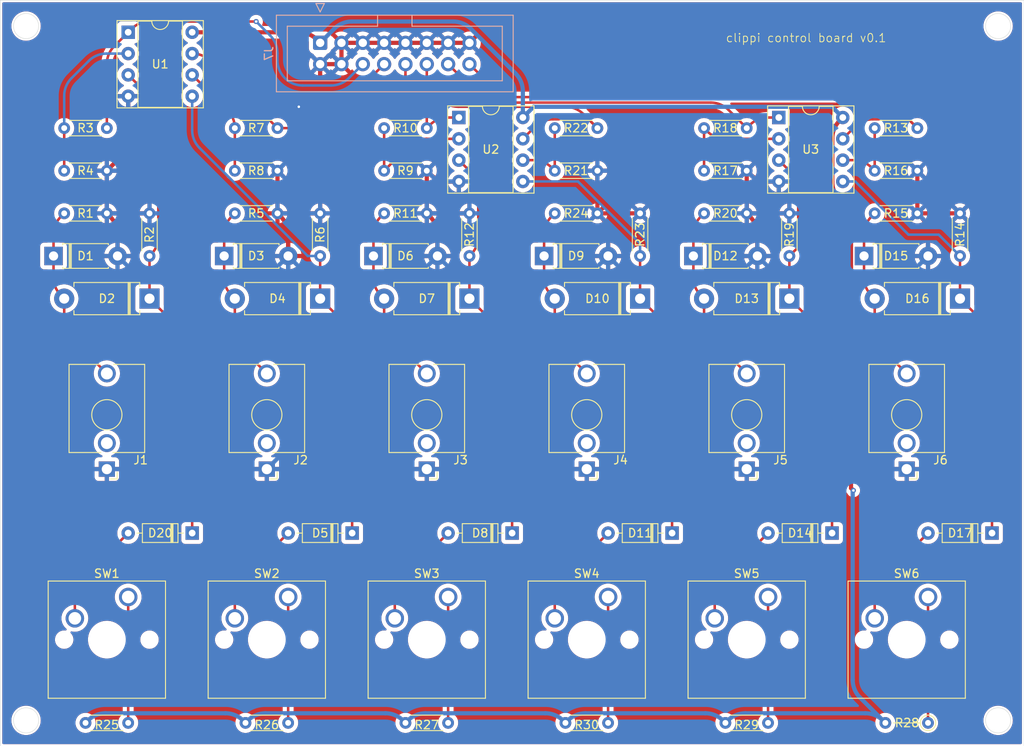
<source format=kicad_pcb>
(kicad_pcb (version 20221018) (generator pcbnew)
  (layers (0 "F.Cu" signal) (31 "B.Cu" signal) (34 "B.Paste" user) (35 "F.Paste" user) (36 "B.SilkS" user "B.Silkscreen") (37 "F.SilkS" user "F.Silkscreen") (38 "B.Mask" user) (39 "F.Mask" user) (44 "Edge.Cuts" user))
  (net 0 "")
  (net 1 "Net-(D1-K)")
  (net 2 "GND")
  (net 3 "Net-(D2-K)")
  (net 4 "Net-(D3-K)")
  (net 5 "Net-(D4-K)")
  (net 6 "Net-(D5-A)")
  (net 7 "Net-(D6-K)")
  (net 8 "Net-(D7-K)")
  (net 9 "Net-(D8-A)")
  (net 10 "Net-(D10-A)")
  (net 11 "Net-(D10-K)")
  (net 12 "Net-(D11-A)")
  (net 13 "Net-(D12-K)")
  (net 14 "Net-(D13-K)")
  (net 15 "Net-(D14-A)")
  (net 16 "Net-(D15-K)")
  (net 17 "Net-(D16-K)")
  (net 18 "Net-(D17-A)")
  (net 19 "Net-(D20-A)")
  (net 26 "+5V")
  (net 27 "/i1o")
  (net 28 "/i2o")
  (net 29 "/i3o")
  (net 30 "/i4o")
  (net 31 "/i5o")
  (net 32 "/i6o")
  (net 33 "Net-(U1A--)")
  (net 34 "Net-(U1B--)")
  (net 35 "Net-(U2A--)")
  (net 36 "Net-(U2B--)")
  (net 37 "Net-(R25-Pad2)")
  (net 38 "Net-(R26-Pad2)")
  (net 39 "Net-(R27-Pad1)")
  (net 40 "Net-(R28-Pad1)")
  (net 41 "Net-(R29-Pad1)")
  (net 42 "Net-(R30-Pad1)")
  (net 43 "Net-(U3B--)")
  (net 44 "Net-(U3A--)")
  (footprint "Diode_THT:D_DO-35_SOD27_P7.62mm_Horizontal" (layer "F.Cu") (at 91.44 106.68 180)
    (fp_text reference "D20")
    (fp_text value "1N4148")
  )
  (footprint "Resistor_THT:R_Axial_DIN0204_L3.6mm_D1.6mm_P5.08mm_Horizontal" (layer "F.Cu") (at 114.3 68.58)
    (fp_text reference "R11")
    (fp_text value "10k")
  )
  (footprint "Button_Switch_Keyboard:SW_Cherry_MX_1.00u_PCB" (layer "F.Cu") (at 83.82 114.3)
    (fp_text reference "SW1")
    (fp_text value "SW_Push")
  )
  (footprint "Diode_THT:D_DO-35_SOD27_P7.62mm_Horizontal" (layer "F.Cu") (at 148.59 106.68 180)
    (fp_text reference "D11")
    (fp_text value "1N4148")
  )
  (footprint "Resistor_THT:R_Axial_DIN0204_L3.6mm_D1.6mm_P5.08mm_Horizontal" (layer "F.Cu") (at 101.6 63.5 180)
    (fp_text reference "R8")
    (fp_text value "1k")
  )
  (footprint "Connector_Audio:Jack_3.5mm_QingPu_WQP-PJ398SM_Vertical_CircularHoles" (layer "F.Cu") (at 176.53 99.06 180)
    (fp_text reference "J6")
    (fp_text value "T.Input.01")
  )
  (footprint "Resistor_THT:R_Axial_DIN0204_L3.6mm_D1.6mm_P5.08mm_Horizontal" (layer "F.Cu") (at 152.4 68.58)
    (fp_text reference "R20")
    (fp_text value "10k")
  )
  (footprint "Diode_THT:D_DO-35_SOD27_P7.62mm_Horizontal" (layer "F.Cu") (at 129.54 106.68 180)
    (fp_text reference "D8")
    (fp_text value "1N4148")
  )
  (footprint "Resistor_THT:R_Axial_DIN0204_L3.6mm_D1.6mm_P5.08mm_Horizontal" (layer "F.Cu") (at 177.8 68.58 180)
    (fp_text reference "R15")
    (fp_text value "10k")
  )
  (footprint "Button_Switch_Keyboard:SW_Cherry_MX_1.00u_PCB" (layer "F.Cu") (at 179.07 114.3)
    (fp_text reference "SW6")
    (fp_text value "SW_Push")
  )
  (footprint "Resistor_THT:R_Axial_DIN0204_L3.6mm_D1.6mm_P5.08mm_Horizontal" (layer "F.Cu") (at 162.56 73.66 90)
    (fp_text reference "R19")
    (fp_text value "10k")
  )
  (footprint "Diode_THT:D_DO-41_SOD81_P7.62mm_Horizontal" (layer "F.Cu") (at 74.93 73.66)
    (fp_text reference "D1")
    (fp_text value "4.7v")
  )
  (footprint "Resistor_THT:R_Axial_DIN0204_L3.6mm_D1.6mm_P5.08mm_Horizontal" (layer "F.Cu") (at 97.79 129.3)
    (fp_text reference "R26")
    (fp_text value "10k")
  )
  (footprint "Resistor_THT:R_Axial_DIN0204_L3.6mm_D1.6mm_P5.08mm_Horizontal" (layer "F.Cu") (at 121.92 129.3 180)
    (fp_text reference "R27")
    (fp_text value "10k")
  )
  (footprint "Resistor_THT:R_Axial_DIN0204_L3.6mm_D1.6mm_P5.08mm_Horizontal" (layer "F.Cu") (at 96.52 68.58)
    (fp_text reference "R5")
    (fp_text value "10k")
  )
  (footprint "Diode_THT:D_DO-15_P10.16mm_Horizontal" (layer "F.Cu") (at 144.78 78.74 180)
    (fp_text reference "D10")
    (fp_text value "~")
  )
  (footprint "Resistor_THT:R_Axial_DIN0204_L3.6mm_D1.6mm_P5.08mm_Horizontal" (layer "F.Cu") (at 157.48 63.5 180)
    (fp_text reference "R17")
    (fp_text value "1k")
  )
  (footprint "Package_DIP:DIP-8_W7.62mm_Socket" (layer "F.Cu") (at 161.3 57.16)
    (fp_text reference "U3")
    (fp_text value "MCP6002-xSN")
  )
  (footprint "Resistor_THT:R_Axial_DIN0204_L3.6mm_D1.6mm_P5.08mm_Horizontal" (layer "F.Cu") (at 144.78 68.58 -90)
    (fp_text reference "R23")
    (fp_text value "10k")
  )
  (footprint "Resistor_THT:R_Axial_DIN0204_L3.6mm_D1.6mm_P5.08mm_Horizontal" (layer "F.Cu") (at 78.74 129.3)
    (fp_text reference "R25")
    (fp_text value "10k")
  )
  (footprint "Resistor_THT:R_Axial_DIN0204_L3.6mm_D1.6mm_P5.08mm_Horizontal" (layer "F.Cu") (at 124.46 73.66 90)
    (fp_text reference "R12")
    (fp_text value "10k")
  )
  (footprint "Diode_THT:D_DO-35_SOD27_P7.62mm_Horizontal" (layer "F.Cu") (at 110.49 106.68 180)
    (fp_text reference "D5")
    (fp_text value "1N4148")
  )
  (footprint "Resistor_THT:R_Axial_DIN0204_L3.6mm_D1.6mm_P5.08mm_Horizontal" (layer "F.Cu") (at 96.52 58.42)
    (fp_text reference "R7")
    (fp_text value "10k")
  )
  (footprint "Button_Switch_Keyboard:SW_Cherry_MX_1.00u_PCB" (layer "F.Cu") (at 140.97 114.3)
    (fp_text reference "SW4")
    (fp_text value "SW_Push")
  )
  (footprint "Resistor_THT:R_Axial_DIN0204_L3.6mm_D1.6mm_P5.08mm_Horizontal" (layer "F.Cu") (at 86.36 73.66 90)
    (fp_text reference "R2")
    (fp_text value "10k")
  )
  (footprint "Diode_THT:D_DO-35_SOD27_P7.62mm_Horizontal" (layer "F.Cu") (at 186.69 106.68 180)
    (fp_text reference "D17")
    (fp_text value "1N4148")
  )
  (footprint "Diode_THT:D_DO-41_SOD81_P7.62mm_Horizontal" (layer "F.Cu") (at 95.25 73.66)
    (fp_text reference "D3")
    (fp_text value "4.7v")
  )
  (footprint "Connector_Audio:Jack_3.5mm_QingPu_WQP-PJ398SM_Vertical_CircularHoles" (layer "F.Cu") (at 157.48 99.06 180)
    (fp_text reference "J5")
    (fp_text value "T.Input.01")
  )
  (footprint "Package_DIP:DIP-8_W7.62mm_Socket" (layer "F.Cu") (at 123.2 57.16)
    (fp_text reference "U2")
    (fp_text value "MCP6002-xSN")
  )
  (footprint "Diode_THT:D_DO-15_P10.16mm_Horizontal" (layer "F.Cu") (at 106.68 78.74 180)
    (fp_text reference "D4")
    (fp_text value "~")
  )
  (footprint "Connector_Audio:Jack_3.5mm_QingPu_WQP-PJ398SM_Vertical_CircularHoles" (layer "F.Cu") (at 100.33 99.06 180)
    (fp_text reference "J2")
    (fp_text value "T.Input.01")
  )
  (footprint "Resistor_THT:R_Axial_DIN0204_L3.6mm_D1.6mm_P5.08mm_Horizontal" (layer "F.Cu") (at 139.7 68.58 180)
    (fp_text reference "R24")
    (fp_text value "10k")
  )
  (footprint "Resistor_THT:R_Axial_DIN0204_L3.6mm_D1.6mm_P5.08mm_Horizontal" (layer "F.Cu") (at 114.3 58.42)
    (fp_text reference "R10")
    (fp_text value "10k")
  )
  (footprint "Diode_THT:D_DO-15_P10.16mm_Horizontal" (layer "F.Cu") (at 182.88 78.74 180)
    (fp_text reference "D16")
    (fp_text value "~")
  )
  (footprint "Resistor_THT:R_Axial_DIN0204_L3.6mm_D1.6mm_P5.08mm_Horizontal" (layer "F.Cu") (at 76.2 68.58)
    (fp_text reference "R1")
    (fp_text value "10k")
  )
  (footprint "Diode_THT:D_DO-15_P10.16mm_Horizontal" (layer "F.Cu") (at 86.36 78.74 180)
    (fp_text reference "D2")
    (fp_text value "~")
  )
  (footprint "Diode_THT:D_DO-35_SOD27_P7.62mm_Horizontal" (layer "F.Cu") (at 167.64 106.68 180)
    (fp_text reference "D14")
    (fp_text value "1N4148")
  )
  (footprint "Connector_Audio:Jack_3.5mm_QingPu_WQP-PJ398SM_Vertical_CircularHoles" (layer "F.Cu") (at 81.28 99.06 180)
    (fp_text reference "J1")
    (fp_text value "T.Input.01")
  )
  (footprint "Diode_THT:D_DO-15_P10.16mm_Horizontal" (layer "F.Cu") (at 162.56 78.74 180)
    (fp_text reference "D13")
    (fp_text value "~")
  )
  (footprint "Resistor_THT:R_Axial_DIN0204_L3.6mm_D1.6mm_P5.08mm_Horizontal" (layer "F.Cu") (at 172.72 58.42)
    (fp_text reference "R13")
    (fp_text value "10k")
  )
  (footprint "Resistor_THT:R_Axial_DIN0204_L3.6mm_D1.6mm_P5.08mm_Vertical" (layer "F.Cu") (at 179.07 129.3 180)
    (fp_text reference "R28")
    (fp_text value "10k")
  )
  (footprint "Resistor_THT:R_Axial_DIN0204_L3.6mm_D1.6mm_P5.08mm_Horizontal" (layer "F.Cu") (at 119.38 63.5 180)
    (fp_text reference "R9")
    (fp_text value "1k")
  )
  (footprint "Resistor_THT:R_Axial_DIN0204_L3.6mm_D1.6mm_P5.08mm_Horizontal" (layer "F.Cu") (at 139.7 58.42 180)
    (fp_text reference "R22")
    (fp_text value "10k")
  )
  (footprint "Package_DIP:DIP-8_W7.62mm_Socket" (layer "F.Cu") (at 83.82 47)
    (fp_text reference "U1")
    (fp_text value "MCP6002")
  )
  (footprint "Resistor_THT:R_Axial_DIN0204_L3.6mm_D1.6mm_P5.08mm_Horizontal" (layer "F.Cu") (at 106.68 73.66 90)
    (fp_text reference "R6")
    (fp_text value "10k")
  )
  (footprint "Resistor_THT:R_Axial_DIN0204_L3.6mm_D1.6mm_P5.08mm_Horizontal" (layer "F.Cu") (at 76.2 58.42)
    (fp_text reference "R3")
    (fp_text value "10k")
  )
  (footprint "Resistor_THT:R_Axial_DIN0204_L3.6mm_D1.6mm_P5.08mm_Horizontal" (layer "F.Cu") (at 177.8 63.5 180)
    (fp_text reference "R16")
    (fp_text value "1k")
  )
  (footprint "Connector_Audio:Jack_3.5mm_QingPu_WQP-PJ398SM_Vertical_CircularHoles" (layer "F.Cu") (at 119.38 99.06 180)
    (fp_text reference "J3")
    (fp_text value "T.Input.01")
  )
  (footprint "Resistor_THT:R_Axial_DIN0204_L3.6mm_D1.6mm_P5.08mm_Horizontal" (layer "F.Cu") (at 76.2 63.5)
    (fp_text reference "R4")
    (fp_text value "1k")
  )
  (footprint "Button_Switch_Keyboard:SW_Cherry_MX_1.00u_PCB" (layer "F.Cu") (at 121.92 114.3)
    (fp_text reference "SW3")
    (fp_text value "SW_Push")
  )
  (footprint "Resistor_THT:R_Axial_DIN0204_L3.6mm_D1.6mm_P5.08mm_Horizontal" (layer "F.Cu") (at 140.97 129.3 180)
    (fp_text reference "R30")
    (fp_text value "10k")
  )
  (footprint "Button_Switch_Keyboard:SW_Cherry_MX_1.00u_PCB" (layer "F.Cu") (at 160.02 114.3)
    (fp_text reference "SW5")
    (fp_text value "SW_Push")
  )
  (footprint "Connector_Audio:Jack_3.5mm_QingPu_WQP-PJ398SM_Vertical_CircularHoles" (layer "F.Cu") (at 138.43 99.06 180)
    (fp_text reference "J4")
    (fp_text value "T.Input.01")
  )
  (footprint "Button_Switch_Keyboard:SW_Cherry_MX_1.00u_PCB" (layer "F.Cu") (at 102.87 114.3)
    (fp_text reference "SW2")
    (fp_text value "SW_Push")
  )
  (footprint "Diode_THT:D_DO-15_P10.16mm_Horizontal" (layer "F.Cu") (at 124.46 78.74 180)
    (fp_text reference "D7")
    (fp_text value "~")
  )
  (footprint "Diode_THT:D_DO-41_SOD81_P7.62mm_Horizontal" (layer "F.Cu") (at 113.03 73.66)
    (fp_text reference "D6")
    (fp_text value "4.7v")
  )
  (footprint "Resistor_THT:R_Axial_DIN0204_L3.6mm_D1.6mm_P5.08mm_Horizontal" (layer "F.Cu") (at 160.02 129.3 180)
    (fp_text reference "R29")
    (fp_text value "10k")
  )
  (footprint "Resistor_THT:R_Axial_DIN0204_L3.6mm_D1.6mm_P5.08mm_Horizontal" (layer "F.Cu") (at 134.62 63.5)
    (fp_text reference "R21")
    (fp_text value "1k")
  )
  (footprint "Diode_THT:D_DO-41_SOD81_P7.62mm_Horizontal" (layer "F.Cu") (at 133.35 73.66)
    (fp_text reference "D9")
    (fp_text value "4.7v")
  )
  (footprint "Diode_THT:D_DO-41_SOD81_P7.62mm_Horizontal" (layer "F.Cu") (at 151.13 73.66)
    (fp_text reference "D12")
    (fp_text value "4.7v")
  )
  (footprint "Diode_THT:D_DO-41_SOD81_P7.62mm_Horizontal" (layer "F.Cu") (at 171.45 73.66)
    (fp_text reference "D15")
    (fp_text value "4.7v")
  )
  (footprint "Resistor_THT:R_Axial_DIN0204_L3.6mm_D1.6mm_P5.08mm_Horizontal" (layer "F.Cu") (at 182.88 68.58 -90)
    (fp_text reference "R14")
    (fp_text value "10k")
  )
  (footprint "Resistor_THT:R_Axial_DIN0204_L3.6mm_D1.6mm_P5.08mm_Horizontal" (layer "F.Cu") (at 157.48 58.42 180)
    (fp_text reference "R18")
    (fp_text value "10k")
  )
  (footprint "Connector_IDC:IDC-Header_2x08_P2.54mm_Vertical" (layer "B.Cu") (at 106.68 48.26 -90)
    (fp_text reference "J7")
    (fp_text value "Conn_01x16")
  )
  (gr_circle (center 71.66 46.26) (end 73.16 46.26) (stroke (width 0.05)) (fill none) (layer "Edge.Cuts"))
  (gr_rect locked (start 68.58 43.18) (end 190.5 132.08) (stroke (width 0.05)) (fill none) (layer "Edge.Cuts"))
  (gr_circle (center 187.42 46.26) (end 188.92 46.26) (stroke (width 0.05)) (fill none) (layer "Edge.Cuts"))
  (gr_circle (center 187.42 129) (end 188.92 129) (stroke (width 0.05)) (fill none) (layer "Edge.Cuts"))
  (gr_circle (center 71.66 129) (end 73.16 129) (stroke (width 0.05)) (fill none) (layer "Edge.Cuts"))
  (gr_text "clippi control board v0.1" (at 154.94 48.26) (layer "F.SilkS") (effects (font (size 1 1) (thickness 0.1)) (justify left bottom)))
  (segment (start 76.2 78.74) (end 75.808679 78.348679) (width 0.3) (layer "F.Cu") (net 1))
  (segment (start 75.80868 68.97132) (end 76.2 68.58) (width 0.3) (layer "F.Cu") (net 1))
  (segment (start 81.28 87.66) (end 77.078679 83.458679) (width 0.3) (layer "F.Cu") (net 1))
  (segment (start 74.93 73.66) (end 74.93 71.092641) (width 0.3) (layer "F.Cu") (net 1))
  (segment (start 76.2 81.337359) (end 76.2 78.74) (width 0.3) (layer "F.Cu") (net 1))
  (segment (start 74.93 76.227359) (end 74.93 73.66) (width 0.3) (layer "F.Cu") (net 1))
  (arc (start 77.078679 83.458679) (mid 76.428361 82.485409) (end 76.2 81.337359) (width 0.3) (layer "F.Cu") (net 1))
  (arc (start 75.808679 78.348679) (mid 75.158361 77.375409) (end 74.93 76.227359) (width 0.3) (layer "F.Cu") (net 1))
  (arc (start 75.80868 68.97132) (mid 75.158361 69.94459) (end 74.93 71.092641) (width 0.3) (layer "F.Cu") (net 1))
  (segment (start 81.28 63.5) (end 82.941321 61.838679) (width 0.5) (layer "F.Cu") (net 2))
  (segment (start 109.22 50.8) (end 109.22 48.26) (width 0.5) (layer "F.Cu") (net 2))
  (segment (start 101.99132 68.97132) (end 101.6 68.58) (width 0.5) (layer "F.Cu") (net 2))
  (segment (start 182.88 68.58) (end 177.8 68.58) (width 0.5) (layer "F.Cu") (net 2))
  (segment (start 81.67132 68.97132) (end 81.28 68.58) (width 0.5) (layer "F.Cu") (net 2))
  (segment (start 111.76 48.26) (end 114.3 48.26) (width 0.5) (layer "F.Cu") (net 2))
  (segment (start 105.80132 54.21868) (end 104.14 55.88) (width 0.5) (layer "F.Cu") (net 2))
  (segment (start 157.48 68.58) (end 162.56 68.58) (width 0.5) (layer "F.Cu") (net 2))
  (segment (start 119.78132 63.90132) (end 119.38 63.5) (width 0.5) (layer "F.Cu") (net 2))
  (segment (start 86.36 68.58) (end 81.28 68.58) (width 0.5) (layer "F.Cu") (net 2))
  (segment (start 119.38 63.5) (end 119.38 68.58) (width 0.5) (layer "F.Cu") (net 2))
  (segment (start 139.7 63.5) (end 139.7 68.58) (width 0.5) (layer "F.Cu") (net 2))
  (segment (start 83.82 59.717359) (end 83.82 54.62) (width 0.5) (layer "F.Cu") (net 2))
  (segment (start 121.92 48.26) (end 124.46 48.26) (width 0.5) (layer "F.Cu") (net 2))
  (segment (start 140.97 73.66) (end 140.97 71.092641) (width 0.5) (layer "F.Cu") (net 2))
  (segment (start 120.65 73.66) (end 120.65 71.092641) (width 0.5) (layer "F.Cu") (net 2))
  (segment (start 106.68 50.8) (end 109.22 50.8) (width 0.5) (layer "F.Cu") (net 2))
  (segment (start 177.8 68.58) (end 177.8 63.5) (width 0.5) (layer "F.Cu") (net 2))
  (segment (start 106.68 50.8) (end 106.68 52.097359) (width 0.5) (layer "F.Cu") (net 2))
  (segment (start 144.78 68.58) (end 139.7 68.58) (width 0.5) (layer "F.Cu") (net 2))
  (segment (start 106.68 68.58) (end 101.6 68.58) (width 0.5) (layer "F.Cu") (net 2))
  (segment (start 102.87 73.66) (end 102.87 71.092641) (width 0.5) (layer "F.Cu") (net 2))
  (segment (start 140.09132 68.97132) (end 139.7 68.58) (width 0.5) (layer "F.Cu") (net 2))
  (segment (start 157.88132 63.90132) (end 157.48 63.5) (width 0.5) (layer "F.Cu") (net 2))
  (segment (start 114.3 48.26) (end 116.84 48.26) (width 0.5) (layer "F.Cu") (net 2))
  (segment (start 82.55 73.66) (end 82.55 71.092641) (width 0.5) (layer "F.Cu") (net 2))
  (segment (start 119.38 48.26) (end 121.92 48.26) (width 0.5) (layer "F.Cu") (net 2))
  (segment (start 157.48 68.58) (end 157.48 63.5) (width 0.5) (layer "F.Cu") (net 2))
  (segment (start 119.77132 68.97132) (end 119.38 68.58) (width 0.5) (layer "F.Cu") (net 2))
  (segment (start 157.87132 68.97132) (end 157.48 68.58) (width 0.5) (layer "F.Cu") (net 2))
  (segment (start 123.2 64.78) (end 121.902641 64.78) (width 0.5) (layer "F.Cu") (net 2))
  (segment (start 124.46 68.58) (end 119.38 68.58) (width 0.5) (layer "F.Cu") (net 2))
  (segment (start 81.28 68.58) (end 81.28 63.5) (width 0.5) (layer "F.Cu") (net 2))
  (segment (start 161.3 64.78) (end 160.002641 64.78) (width 0.5) (layer "F.Cu") (net 2))
  (segment (start 116.84 48.26) (end 119.38 48.26) (width 0.5) (layer "F.Cu") (net 2))
  (segment (start 101.6 68.58) (end 101.6 63.5) (width 0.5) (layer "F.Cu") (net 2))
  (segment (start 158.75 73.66) (end 158.75 71.092641) (width 0.5) (layer "F.Cu") (net 2))
  (segment (start 178.19132 68.97132) (end 177.8 68.58) (width 0.5) (layer "F.Cu") (net 2))
  (segment (start 109.22 48.26) (end 111.76 48.26) (width 0.5) (layer "F.Cu") (net 2))
  (segment (start 179.07 73.66) (end 179.07 71.092641) (width 0.5) (layer "F.Cu") (net 2))
  (via (at 104.14 55.88) (size 0.6) (drill 0.3) (layers "F.Cu" "B.Cu") (net 2))
  (arc (start 121.902641 64.78) (mid 120.75459 64.551638) (end 119.78132 63.90132) (width 0.5) (layer "F.Cu") (net 2))
  (arc (start 101.99132 68.97132) (mid 102.641639 69.94459) (end 102.87 71.092641) (width 0.5) (layer "F.Cu") (net 2))
  (arc (start 82.941321 61.838679) (mid 83.591639 60.865409) (end 83.82 59.717359) (width 0.5) (layer "F.Cu") (net 2))
  (arc (start 105.80132 54.21868) (mid 106.451639 53.24541) (end 106.68 52.097359) (width 0.5) (layer "F.Cu") (net 2))
  (arc (start 81.67132 68.97132) (mid 82.321639 69.94459) (end 82.55 71.092641) (width 0.5) (layer "F.Cu") (net 2))
  (arc (start 160.002641 64.78) (mid 158.85459 64.551638) (end 157.88132 63.90132) (width 0.5) (layer "F.Cu") (net 2))
  (arc (start 120.65 71.092641) (mid 120.421638 69.94459) (end 119.77132 68.97132) (width 0.5) (layer "F.Cu") (net 2))
  (arc (start 178.19132 68.97132) (mid 178.841639 69.94459) (end 179.07 71.092641) (width 0.5) (layer "F.Cu") (net 2))
  (arc (start 140.97 71.092641) (mid 140.741638 69.94459) (end 140.09132 68.97132) (width 0.5) (layer "F.Cu") (net 2))
  (arc (start 157.87132 68.97132) (mid 158.521639 69.94459) (end 158.75 71.092641) (width 0.5) (layer "F.Cu") (net 2))
  (segment (start 157.48 99.06) (end 176.53 99.06) (width 0.5) (layer "B.Cu") (net 2))
  (segment (start 100.33 99.06) (end 119.38 99.06) (width 0.5) (layer "B.Cu") (net 2))
  (segment (start 106.652641 76.2) (end 116.867359 76.2) (width 0.5) (layer "B.Cu") (net 2))
  (segment (start 100.33 99.06) (end 102.87 96.52) (width 0.5) (layer "B.Cu") (net 2))
  (segment (start 138.43 99.06) (end 157.48 99.06) (width 0.5) (layer "B.Cu") (net 2))
  (segment (start 119.38 99.06) (end 138.43 99.06) (width 0.5) (layer "B.Cu") (net 2))
  (segment (start 102.87 73.66) (end 104.531321 75.321321) (width 0.5) (layer "B.Cu") (net 2))
  (segment (start 162.532641 76.2) (end 175.287359 76.2) (width 0.5) (layer "B.Cu") (net 2))
  (segment (start 157.08868 75.32132) (end 158.75 73.66) (width 0.5) (layer "B.Cu") (net 2))
  (segment (start 86.332641 76.2) (end 99.087359 76.2) (width 0.5) (layer "B.Cu") (net 2))
  (segment (start 101.20868 75.32132) (end 102.87 73.66) (width 0.5) (layer "B.Cu") (net 2))
  (segment (start 139.30868 75.32132) (end 140.97 73.66) (width 0.5) (layer "B.Cu") (net 2))
  (segment (start 177.40868 75.32132) (end 179.07 73.66) (width 0.5) (layer "B.Cu") (net 2))
  (segment (start 81.28 99.06) (end 100.33 99.06) (width 0.5) (layer "B.Cu") (net 2))
  (segment (start 124.432641 76.2) (end 137.187359 76.2) (width 0.5) (layer "B.Cu") (net 2))
  (segment (start 118.98868 75.32132) (end 120.65 73.66) (width 0.5) (layer "B.Cu") (net 2))
  (segment (start 104.14 55.88) (end 104.14 59.717359) (width 0.5) (layer "B.Cu") (net 2))
  (segment (start 140.97 73.66) (end 142.631321 75.321321) (width 0.5) (layer "B.Cu") (net 2))
  (segment (start 120.65 73.66) (end 122.311321 75.321321) (width 0.5) (layer "B.Cu") (net 2))
  (segment (start 103.26132 61.83868) (end 101.6 63.5) (width 0.5) (layer "B.Cu") (net 2))
  (segment (start 158.75 73.66) (end 160.411321 75.321321) (width 0.5) (layer "B.Cu") (net 2))
  (segment (start 102.87 96.52) (end 102.87 73.66) (width 0.5) (layer "B.Cu") (net 2))
  (segment (start 82.55 73.66) (end 84.211321 75.321321) (width 0.5) (layer "B.Cu") (net 2))
  (segment (start 144.752641 76.2) (end 154.967359 76.2) (width 0.5) (layer "B.Cu") (net 2))
  (arc (start 104.14 59.717359) (mid 103.911638 60.86541) (end 103.26132 61.83868) (width 0.5) (layer "B.Cu") (net 2))
  (arc (start 175.287359 76.2) (mid 176.43541 75.971638) (end 177.40868 75.32132) (width 0.5) (layer "B.Cu") (net 2))
  (arc (start 142.631321 75.321321) (mid 143.604591 75.971639) (end 144.752641 76.2) (width 0.5) (layer "B.Cu") (net 2))
  (arc (start 139.30868 75.32132) (mid 138.33541 75.971639) (end 137.187359 76.2) (width 0.5) (layer "B.Cu") (net 2))
  (arc (start 106.652641 76.2) (mid 105.504591 75.971639) (end 104.531321 75.321321) (width 0.5) (layer "B.Cu") (net 2))
  (arc (start 157.08868 75.32132) (mid 156.11541 75.971639) (end 154.967359 76.2) (width 0.5) (layer "B.Cu") (net 2))
  (arc (start 116.867359 76.2) (mid 118.01541 75.971638) (end 118.98868 75.32132) (width 0.5) (layer "B.Cu") (net 2))
  (arc (start 86.332641 76.2) (mid 85.184591 75.971639) (end 84.211321 75.321321) (width 0.5) (layer "B.Cu") (net 2))
  (arc (start 99.087359 76.2) (mid 100.23541 75.971638) (end 101.20868 75.32132) (width 0.5) (layer "B.Cu") (net 2))
  (arc (start 162.532641 76.2) (mid 161.384591 75.971639) (end 160.411321 75.321321) (width 0.5) (layer "B.Cu") (net 2))
  (arc (start 124.432641 76.2) (mid 123.284591 75.971639) (end 122.311321 75.321321) (width 0.5) (layer "B.Cu") (net 2))
  (segment (start 86.36 78.74) (end 86.36 73.66) (width 0.3) (layer "F.Cu") (net 3))
  (segment (start 86.53132 54.79132) (end 83.82 52.08) (width 0.3) (layer "F.Cu") (net 3))
  (segment (start 86.36 73.66) (end 86.531321 73.488679) (width 0.3) (layer "F.Cu") (net 3))
  (segment (start 90.56132 82.94132) (end 86.36 78.74) (width 0.3) (layer "F.Cu") (net 3))
  (segment (start 91.44 106.68) (end 91.44 85.062641) (width 0.3) (layer "F.Cu") (net 3))
  (segment (start 87.41 71.367359) (end 87.41 56.912641) (width 0.3) (layer "F.Cu") (net 3))
  (arc (start 86.531321 73.488679) (mid 87.181639 72.515409) (end 87.41 71.367359) (width 0.3) (layer "F.Cu") (net 3))
  (arc (start 90.56132 82.94132) (mid 91.211639 83.91459) (end 91.44 85.062641) (width 0.3) (layer "F.Cu") (net 3))
  (arc (start 86.53132 54.79132) (mid 87.181639 55.76459) (end 87.41 56.912641) (width 0.3) (layer "F.Cu") (net 3))
  (segment (start 96.52 82.607359) (end 96.52 78.74) (width 0.3) (layer "F.Cu") (net 4))
  (segment (start 96.52 78.74) (end 96.128679 78.348679) (width 0.3) (layer "F.Cu") (net 4))
  (segment (start 95.25 73.66) (end 95.25 71.092641) (width 0.3) (layer "F.Cu") (net 4))
  (segment (start 95.25 76.227359) (end 95.25 73.66) (width 0.3) (layer "F.Cu") (net 4))
  (segment (start 100.33 87.66) (end 97.398679 84.728679) (width 0.3) (layer "F.Cu") (net 4))
  (segment (start 96.12868 68.97132) (end 96.52 68.58) (width 0.3) (layer "F.Cu") (net 4))
  (arc (start 96.128679 78.348679) (mid 95.478361 77.375409) (end 95.25 76.227359) (width 0.3) (layer "F.Cu") (net 4))
  (arc (start 96.52 82.607359) (mid 96.748361 83.755409) (end 97.398679 84.728679) (width 0.3) (layer "F.Cu") (net 4))
  (arc (start 95.25 71.092641) (mid 95.478362 69.94459) (end 96.12868 68.97132) (width 0.3) (layer "F.Cu") (net 4))
  (segment (start 109.61132 81.67132) (end 106.68 78.74) (width 0.3) (layer "F.Cu") (net 5))
  (segment (start 110.49 106.68) (end 110.49 83.792641) (width 0.3) (layer "F.Cu") (net 5))
  (segment (start 106.68 78.74) (end 106.68 73.66) (width 0.3) (layer "F.Cu") (net 5))
  (arc (start 109.61132 81.67132) (mid 110.261639 82.64459) (end 110.49 83.792641) (width 0.3) (layer "F.Cu") (net 5))
  (segment (start 105.195075 73.66) (end 92.318679 60.783604) (width 0.3) (layer "B.Cu") (net 5))
  (segment (start 91.44 58.662284) (end 91.44 54.62) (width 0.3) (layer "B.Cu") (net 5))
  (segment (start 106.68 73.66) (end 105.195075 73.66) (width 0.3) (layer "B.Cu") (net 5))
  (arc (start 92.318679 60.783604) (mid 91.668361 59.810334) (end 91.44 58.662284) (width 0.3) (layer "B.Cu") (net 5))
  (segment (start 96.52 116.84) (end 96.52 114.272641) (width 0.3) (layer "F.Cu") (net 6))
  (segment (start 97.39868 112.15132) (end 102.87 106.68) (width 0.3) (layer "F.Cu") (net 6))
  (arc (start 96.52 114.272641) (mid 96.748362 113.12459) (end 97.39868 112.15132) (width 0.3) (layer "F.Cu") (net 6))
  (segment (start 113.90868 68.97132) (end 114.3 68.58) (width 0.3) (layer "F.Cu") (net 7))
  (segment (start 114.3 78.74) (end 113.908679 78.348679) (width 0.3) (layer "F.Cu") (net 7))
  (segment (start 119.38 87.66) (end 115.178679 83.458679) (width 0.3) (layer "F.Cu") (net 7))
  (segment (start 113.03 73.66) (end 113.03 71.092641) (width 0.3) (layer "F.Cu") (net 7))
  (segment (start 113.03 76.227359) (end 113.03 73.66) (width 0.3) (layer "F.Cu") (net 7))
  (segment (start 114.3 81.337359) (end 114.3 78.74) (width 0.3) (layer "F.Cu") (net 7))
  (arc (start 115.178679 83.458679) (mid 114.528361 82.485409) (end 114.3 81.337359) (width 0.3) (layer "F.Cu") (net 7))
  (arc (start 113.90868 68.97132) (mid 113.258361 69.94459) (end 113.03 71.092641) (width 0.3) (layer "F.Cu") (net 7))
  (arc (start 113.908679 78.348679) (mid 113.258361 77.375409) (end 113.03 76.227359) (width 0.3) (layer "F.Cu") (net 7))
  (segment (start 128.66132 82.94132) (end 124.46 78.74) (width 0.3) (layer "F.Cu") (net 8))
  (segment (start 125.51 65.792641) (end 125.51 71.367359) (width 0.3) (layer "F.Cu") (net 8))
  (segment (start 124.63132 73.48868) (end 124.46 73.66) (width 0.3) (layer "F.Cu") (net 8))
  (segment (start 124.46 78.74) (end 124.46 73.66) (width 0.3) (layer "F.Cu") (net 8))
  (segment (start 123.2 62.24) (end 124.631321 63.671321) (width 0.3) (layer "F.Cu") (net 8))
  (segment (start 129.54 106.68) (end 129.54 85.062641) (width 0.3) (layer "F.Cu") (net 8))
  (arc (start 128.66132 82.94132) (mid 129.311639 83.91459) (end 129.54 85.062641) (width 0.3) (layer "F.Cu") (net 8))
  (arc (start 125.51 71.367359) (mid 125.281638 72.51541) (end 124.63132 73.48868) (width 0.3) (layer "F.Cu") (net 8))
  (arc (start 125.51 65.792641) (mid 125.281639 64.644591) (end 124.631321 63.671321) (width 0.3) (layer "F.Cu") (net 8))
  (segment (start 116.44868 112.15132) (end 121.92 106.68) (width 0.3) (layer "F.Cu") (net 9))
  (segment (start 115.57 116.84) (end 115.57 114.272641) (width 0.3) (layer "F.Cu") (net 9))
  (arc (start 116.44868 112.15132) (mid 115.798361 113.12459) (end 115.57 114.272641) (width 0.3) (layer "F.Cu") (net 9))
  (segment (start 134.62 82.607359) (end 134.62 78.74) (width 0.3) (layer "F.Cu") (net 10))
  (segment (start 134.22868 68.97132) (end 134.62 68.58) (width 0.3) (layer "F.Cu") (net 10))
  (segment (start 133.35 73.66) (end 133.35 71.092641) (width 0.3) (layer "F.Cu") (net 10))
  (segment (start 138.43 87.66) (end 135.498679 84.728679) (width 0.3) (layer "F.Cu") (net 10))
  (segment (start 134.62 78.74) (end 134.228679 78.348679) (width 0.3) (layer "F.Cu") (net 10))
  (segment (start 133.35 76.227359) (end 133.35 73.66) (width 0.3) (layer "F.Cu") (net 10))
  (arc (start 134.228679 78.348679) (mid 133.578361 77.375409) (end 133.35 76.227359) (width 0.3) (layer "F.Cu") (net 10))
  (arc (start 134.62 82.607359) (mid 134.848361 83.755409) (end 135.498679 84.728679) (width 0.3) (layer "F.Cu") (net 10))
  (arc (start 134.22868 68.97132) (mid 133.578361 69.94459) (end 133.35 71.092641) (width 0.3) (layer "F.Cu") (net 10))
  (segment (start 144.78 78.74) (end 144.78 73.66) (width 0.3) (layer "F.Cu") (net 11))
  (segment (start 147.71132 81.67132) (end 144.78 78.74) (width 0.3) (layer "F.Cu") (net 11))
  (segment (start 148.59 106.68) (end 148.59 83.792641) (width 0.3) (layer "F.Cu") (net 11))
  (arc (start 147.71132 81.67132) (mid 148.361639 82.64459) (end 148.59 83.792641) (width 0.3) (layer "F.Cu") (net 11))
  (segment (start 130.82 64.78) (end 137.384925 64.78) (width 0.3) (layer "B.Cu") (net 11))
  (segment (start 144.78 72.175075) (end 144.78 73.66) (width 0.3) (layer "B.Cu") (net 11))
  (segment (start 137.384925 64.78) (end 144.78 72.175075) (width 0.3) (layer "B.Cu") (net 11))
  (segment (start 135.49868 112.15132) (end 140.97 106.68) (width 0.3) (layer "F.Cu") (net 12))
  (segment (start 134.62 116.84) (end 134.62 114.272641) (width 0.3) (layer "F.Cu") (net 12))
  (arc (start 135.49868 112.15132) (mid 134.848361 113.12459) (end 134.62 114.272641) (width 0.3) (layer "F.Cu") (net 12))
  (segment (start 151.13 73.66) (end 151.13 71.092641) (width 0.3) (layer "F.Cu") (net 13))
  (segment (start 152.00868 68.97132) (end 152.4 68.58) (width 0.3) (layer "F.Cu") (net 13))
  (segment (start 152.4 78.74) (end 152.008679 78.348679) (width 0.3) (layer "F.Cu") (net 13))
  (segment (start 157.48 87.66) (end 153.278679 83.458679) (width 0.3) (layer "F.Cu") (net 13))
  (segment (start 151.13 76.227359) (end 151.13 73.66) (width 0.3) (layer "F.Cu") (net 13))
  (segment (start 152.4 81.337359) (end 152.4 78.74) (width 0.3) (layer "F.Cu") (net 13))
  (arc (start 152.008679 78.348679) (mid 151.358361 77.375409) (end 151.13 76.227359) (width 0.3) (layer "F.Cu") (net 13))
  (arc (start 153.278679 83.458679) (mid 152.628361 82.485409) (end 152.4 81.337359) (width 0.3) (layer "F.Cu") (net 13))
  (arc (start 151.13 71.092641) (mid 151.358362 69.94459) (end 152.00868 68.97132) (width 0.3) (layer "F.Cu") (net 13))
  (segment (start 162.56 78.74) (end 162.56 73.66) (width 0.3) (layer "F.Cu") (net 14))
  (segment (start 163.61 72.61) (end 162.56 73.66) (width 0.3) (layer "F.Cu") (net 14))
  (segment (start 161.3 62.24) (end 163.61 64.55) (width 0.3) (layer "F.Cu") (net 14))
  (segment (start 167.64 106.68) (end 167.64 85.062641) (width 0.3) (layer "F.Cu") (net 14))
  (segment (start 163.61 64.55) (end 163.61 72.61) (width 0.3) (layer "F.Cu") (net 14))
  (segment (start 166.76132 82.94132) (end 162.56 78.74) (width 0.3) (layer "F.Cu") (net 14))
  (arc (start 167.64 85.062641) (mid 167.411638 83.91459) (end 166.76132 82.94132) (width 0.3) (layer "F.Cu") (net 14))
  (segment (start 154.54868 112.15132) (end 160.02 106.68) (width 0.3) (layer "F.Cu") (net 15))
  (segment (start 153.67 116.84) (end 153.67 114.272641) (width 0.3) (layer "F.Cu") (net 15))
  (arc (start 154.54868 112.15132) (mid 153.898361 113.12459) (end 153.67 114.272641) (width 0.3) (layer "F.Cu") (net 15))
  (segment (start 172.72 78.74) (end 172.328679 78.348679) (width 0.3) (layer "F.Cu") (net 16))
  (segment (start 172.32868 68.97132) (end 172.72 68.58) (width 0.3) (layer "F.Cu") (net 16))
  (segment (start 171.45 73.66) (end 171.45 71.092641) (width 0.3) (layer "F.Cu") (net 16))
  (segment (start 172.72 82.607359) (end 172.72 78.74) (width 0.3) (layer "F.Cu") (net 16))
  (segment (start 176.53 87.66) (end 173.598679 84.728679) (width 0.3) (layer "F.Cu") (net 16))
  (segment (start 171.45 76.227359) (end 171.45 73.66) (width 0.3) (layer "F.Cu") (net 16))
  (arc (start 172.72 82.607359) (mid 172.948361 83.755409) (end 173.598679 84.728679) (width 0.3) (layer "F.Cu") (net 16))
  (arc (start 172.32868 68.97132) (mid 171.678361 69.94459) (end 171.45 71.092641) (width 0.3) (layer "F.Cu") (net 16))
  (arc (start 172.328679 78.348679) (mid 171.678361 77.375409) (end 171.45 76.227359) (width 0.3) (layer "F.Cu") (net 16))
  (segment (start 182.88 78.74) (end 182.88 73.66) (width 0.3) (layer "F.Cu") (net 17))
  (segment (start 186.69 106.68) (end 186.69 83.792641) (width 0.3) (layer "F.Cu") (net 17))
  (segment (start 185.81132 81.67132) (end 182.88 78.74) (width 0.3) (layer "F.Cu") (net 17))
  (arc (start 186.69 83.792641) (mid 186.461638 82.64459) (end 185.81132 81.67132) (width 0.3) (layer "F.Cu") (net 17))
  (segment (start 170.404925 64.78) (end 176.744925 71.12) (width 0.3) (layer "B.Cu") (net 17))
  (segment (start 176.744925 71.12) (end 180.34 71.12) (width 0.3) (layer "B.Cu") (net 17))
  (segment (start 180.34 71.12) (end 182.88 73.66) (width 0.3) (layer "B.Cu") (net 17))
  (segment (start 168.92 64.78) (end 170.404925 64.78) (width 0.3) (layer "B.Cu") (net 17))
  (segment (start 173.59868 112.15132) (end 179.07 106.68) (width 0.3) (layer "F.Cu") (net 18))
  (segment (start 172.72 116.84) (end 172.72 114.272641) (width 0.3) (layer "F.Cu") (net 18))
  (arc (start 173.59868 112.15132) (mid 172.948361 113.12459) (end 172.72 114.272641) (width 0.3) (layer "F.Cu") (net 18))
  (segment (start 78.34868 112.15132) (end 83.82 106.68) (width 0.3) (layer "F.Cu") (net 19))
  (segment (start 77.47 116.84) (end 77.47 114.272641) (width 0.3) (layer "F.Cu") (net 19))
  (arc (start 78.34868 112.15132) (mid 77.698361 113.12459) (end 77.47 114.272641) (width 0.3) (layer "F.Cu") (net 19))
  (segment (start 106.29868 47.87868) (end 106.68 48.26) (width 0.5) (layer "F.Cu") (net 26))
  (segment (start 167.67 64.827359) (end 167.67 59.652641) (width 0.5) (layer "F.Cu") (net 26))
  (segment (start 91.44 47) (end 104.177359 47) (width 0.5) (layer "F.Cu") (net 26))
  (segment (start 169.02132 67.42132) (end 168.548679 66.948679) (width 0.5) (layer "F.Cu") (net 26))
  (segment (start 168.54868 57.53132) (end 168.92 57.16) (width 0.5) (layer "F.Cu") (net 26))
  (segment (start 169.9 101.32) (end 169.9 69.542641) (width 0.5) (layer "F.Cu") (net 26))
  (segment (start 170.18 101.6) (end 169.9 101.32) (width 0.5) (layer "F.Cu") (net 26))
  (via (at 170.18 101.6) (size 0.6) (drill 0.3) (layers "F.Cu" "B.Cu") (net 26))
  (arc (start 106.29868 47.87868) (mid 105.32541 47.228361) (end 104.177359 47) (width 0.5) (layer "F.Cu") (net 26))
  (arc (start 168.548679 66.948679) (mid 167.898361 65.975409) (end 167.67 64.827359) (width 0.5) (layer "F.Cu") (net 26))
  (arc (start 169.02132 67.42132) (mid 169.671639 68.39459) (end 169.9 69.542641) (width 0.5) (layer "F.Cu") (net 26))
  (arc (start 167.67 59.652641) (mid 167.898362 58.50459) (end 168.54868 57.53132) (width 0.5) (layer "F.Cu") (net 26))
  (segment (start 108.34132 46.59868) (end 106.68 48.26) (width 0.5) (layer "B.Cu") (net 26))
  (segment (start 97.79 129.3) (end 98.061321 129.028679) (width 0.5) (layer "B.Cu") (net 26))
  (segment (start 116.56868 129.02868) (end 116.84 129.3) (width 0.5) (layer "B.Cu") (net 26))
  (segment (start 168.92 57.16) (end 167.64 55.88) (width 0.5) (layer "B.Cu") (net 26))
  (segment (start 135.89 129.3) (end 136.161321 129.028679) (width 0.5) (layer "B.Cu") (net 26))
  (segment (start 170.1 101.68) (end 170.18 101.6) (width 0.5) (layer "B.Cu") (net 26))
  (segment (start 119.232641 128.15) (end 133.497359 128.15) (width 0.5) (layer "B.Cu") (net 26))
  (segment (start 135.61868 129.02868) (end 135.89 129.3) (width 0.5) (layer "B.Cu") (net 26))
  (segment (start 97.51868 129.02868) (end 97.79 129.3) (width 0.5) (layer "B.Cu") (net 26))
  (segment (start 173.99 129.3) (end 170.978679 126.288679) (width 0.5) (layer "B.Cu") (net 26))
  (segment (start 173.71868 129.02868) (end 173.99 129.3) (width 0.5) (layer "B.Cu") (net 26))
  (segment (start 170.1 124.167359) (end 170.1 101.68) (width 0.5) (layer "B.Cu") (net 26))
  (segment (start 167.64 55.88) (end 132.1 55.88) (width 0.5) (layer "B.Cu") (net 26))
  (segment (start 154.66868 129.02868) (end 154.94 129.3) (width 0.5) (layer "B.Cu") (net 26))
  (segment (start 100.182641 128.15) (end 114.447359 128.15) (width 0.5) (layer "B.Cu") (net 26))
  (segment (start 130.82 57.16) (end 130.82 54.024163) (width 0.5) (layer "B.Cu") (net 26))
  (segment (start 78.74 129.3) (end 79.011321 129.028679) (width 0.5) (layer "B.Cu") (net 26))
  (segment (start 122.515837 45.72) (end 110.462641 45.72) (width 0.5) (layer "B.Cu") (net 26))
  (segment (start 157.332641 128.15) (end 171.597359 128.15) (width 0.5) (layer "B.Cu") (net 26))
  (segment (start 132.1 55.88) (end 130.82 57.16) (width 0.5) (layer "B.Cu") (net 26))
  (segment (start 138.282641 128.15) (end 152.547359 128.15) (width 0.5) (layer "B.Cu") (net 26))
  (segment (start 116.84 129.3) (end 117.111321 129.028679) (width 0.5) (layer "B.Cu") (net 26))
  (segment (start 129.94132 51.902842) (end 124.637157 46.598679) (width 0.5) (layer "B.Cu") (net 26))
  (segment (start 81.132641 128.15) (end 95.397359 128.15) (width 0.5) (layer "B.Cu") (net 26))
  (segment (start 154.94 129.3) (end 155.211321 129.028679) (width 0.5) (layer "B.Cu") (net 26))
  (arc (start 110.462641 45.72) (mid 109.31459 45.948362) (end 108.34132 46.59868) (width 0.5) (layer "B.Cu") (net 26))
  (arc (start 154.66868 129.02868) (mid 153.69541 128.378361) (end 152.547359 128.15) (width 0.5) (layer "B.Cu") (net 26))
  (arc (start 133.497359 128.15) (mid 134.64541 128.378362) (end 135.61868 129.02868) (width 0.5) (layer "B.Cu") (net 26))
  (arc (start 98.061321 129.028679) (mid 99.034591 128.378361) (end 100.182641 128.15) (width 0.5) (layer "B.Cu") (net 26))
  (arc (start 97.51868 129.02868) (mid 96.54541 128.378361) (end 95.397359 128.15) (width 0.5) (layer "B.Cu") (net 26))
  (arc (start 170.978679 126.288679) (mid 170.328361 125.315409) (end 170.1 124.167359) (width 0.5) (layer "B.Cu") (net 26))
  (arc (start 136.161321 129.028679) (mid 137.134591 128.378361) (end 138.282641 128.15) (width 0.5) (layer "B.Cu") (net 26))
  (arc (start 173.71868 129.02868) (mid 172.74541 128.378361) (end 171.597359 128.15) (width 0.5) (layer "B.Cu") (net 26))
  (arc (start 116.56868 129.02868) (mid 115.59541 128.378361) (end 114.447359 128.15) (width 0.5) (layer "B.Cu") (net 26))
  (arc (start 157.332641 128.15) (mid 156.184591 128.378361) (end 155.211321 129.028679) (width 0.5) (layer "B.Cu") (net 26))
  (arc (start 124.637157 46.598679) (mid 123.663887 45.948361) (end 122.515837 45.72) (width 0.5) (layer "B.Cu") (net 26))
  (arc (start 130.82 54.024163) (mid 130.591638 52.876112) (end 129.94132 51.902842) (width 0.5) (layer "B.Cu") (net 26))
  (arc (start 119.232641 128.15) (mid 118.084591 128.378361) (end 117.111321 129.028679) (width 0.5) (layer "B.Cu") (net 26))
  (arc (start 79.011321 129.028679) (mid 79.984591 128.378361) (end 81.132641 128.15) (width 0.5) (layer "B.Cu") (net 26))
  (segment (start 83.82 47) (end 84.221321 46.598679) (width 0.3) (layer "F.Cu") (net 27))
  (segment (start 81.28 58.42) (end 81.28 50.782641) (width 0.3) (layer "F.Cu") (net 27))
  (segment (start 86.342641 45.72) (end 99.06 45.72) (width 0.3) (layer "F.Cu") (net 27))
  (segment (start 82.15868 48.66132) (end 83.82 47) (width 0.3) (layer "F.Cu") (net 27))
  (via (at 99.06 45.72) (size 0.6) (drill 0.3) (layers "F.Cu" "B.Cu") (net 27))
  (arc (start 81.28 50.782641) (mid 81.508362 49.63459) (end 82.15868 48.66132) (width 0.3) (layer "F.Cu") (net 27))
  (arc (start 84.221321 46.598679) (mid 85.194591 45.948361) (end 86.342641 45.72) (width 0.3) (layer "F.Cu") (net 27))
  (segment (start 104.6 53.34) (end 107.977359 53.34) (width 0.3) (layer "B.Cu") (net 27))
  (segment (start 110.09868 52.46132) (end 111.76 50.8) (width 0.3) (layer "B.Cu") (net 27))
  (segment (start 99.06 45.72) (end 100.721321 47.381321) (width 0.3) (layer "B.Cu") (net 27))
  (segment (start 101.6 49.502641) (end 101.6 50.34) (width 0.3) (layer "B.Cu") (net 27))
  (arc (start 104.6 53.34) (mid 102.47868 52.46132) (end 101.6 50.34) (width 0.3) (layer "B.Cu") (net 27))
  (arc (start 107.977359 53.34) (mid 109.12541 53.111638) (end 110.09868 52.46132) (width 0.3) (layer "B.Cu") (net 27))
  (arc (start 100.721321 47.381321) (mid 101.371639 48.354591) (end 101.6 49.502641) (width 0.3) (layer "B.Cu") (net 27))
  (segment (start 107.55868 57.54132) (end 114.3 50.8) (width 0.3) (layer "F.Cu") (net 28))
  (segment (start 91.477359 49.54) (end 91.44 49.54) (width 0.3) (layer "F.Cu") (net 28))
  (segment (start 101.6 58.42) (end 93.598679 50.418679) (width 0.3) (layer "F.Cu") (net 28))
  (segment (start 101.6 58.42) (end 105.437359 58.42) (width 0.3) (layer "F.Cu") (net 28))
  (arc (start 91.477359 49.54) (mid 92.625409 49.768361) (end 93.598679 50.418679) (width 0.3) (layer "F.Cu") (net 28))
  (arc (start 107.55868 57.54132) (mid 106.58541 58.191639) (end 105.437359 58.42) (width 0.3) (layer "F.Cu") (net 28))
  (segment (start 117.71868 54.21868) (end 118.501321 55.001321) (width 0.3) (layer "F.Cu") (net 29))
  (segment (start 119.76132 58.03868) (end 119.38 58.42) (width 0.3) (layer "F.Cu") (net 29))
  (segment (start 123.2 57.16) (end 121.882641 57.16) (width 0.3) (layer "F.Cu") (net 29))
  (segment (start 119.38 57.122641) (end 119.38 58.42) (width 0.3) (layer "F.Cu") (net 29))
  (segment (start 116.84 50.8) (end 116.84 52.097359) (width 0.3) (layer "F.Cu") (net 29))
  (arc (start 118.501321 55.001321) (mid 119.151639 55.974591) (end 119.38 57.122641) (width 0.3) (layer "F.Cu") (net 29))
  (arc (start 117.71868 54.21868) (mid 117.068361 53.24541) (end 116.84 52.097359) (width 0.3) (layer "F.Cu") (net 29))
  (arc (start 119.76132 58.03868) (mid 120.73459 57.388361) (end 121.882641 57.16) (width 0.3) (layer "F.Cu") (net 29))
  (segment (start 134.392641 57.37) (end 138.65 57.37) (width 0.3) (layer "F.Cu") (net 30))
  (segment (start 121.04132 55.00132) (end 120.258679 54.218679) (width 0.3) (layer "F.Cu") (net 30))
  (segment (start 139.7 58.42) (end 138.038679 56.758679) (width 0.3) (layer "F.Cu") (net 30))
  (segment (start 130.82 59.7) (end 132.271321 58.248679) (width 0.3) (layer "F.Cu") (net 30))
  (segment (start 135.917359 55.88) (end 124.46 55.88) (width 0.3) (layer "F.Cu") (net 30))
  (segment (start 124.46 55.88) (end 123.162641 55.88) (width 0.3) (layer "F.Cu") (net 30))
  (segment (start 119.38 52.097359) (end 119.38 50.8) (width 0.3) (layer "F.Cu") (net 30))
  (segment (start 138.65 57.37) (end 139.7 58.42) (width 0.3) (layer "F.Cu") (net 30))
  (arc (start 138.038679 56.758679) (mid 137.065409 56.108361) (end 135.917359 55.88) (width 0.3) (layer "F.Cu") (net 30))
  (arc (start 120.258679 54.218679) (mid 119.608361 53.245409) (end 119.38 52.097359) (width 0.3) (layer "F.Cu") (net 30))
  (arc (start 132.271321 58.248679) (mid 133.244591 57.598361) (end 134.392641 57.37) (width 0.3) (layer "F.Cu") (net 30))
  (arc (start 121.04132 55.00132) (mid 122.01459 55.651639) (end 123.162641 55.88) (width 0.3) (layer "F.Cu") (net 30))
  (segment (start 127.742641 55.38) (end 153.197359 55.38) (width 0.3) (layer "F.Cu") (net 31))
  (segment (start 121.92 50.8) (end 125.621321 54.501321) (width 0.3) (layer "F.Cu") (net 31))
  (segment (start 155.31868 56.25868) (end 157.48 58.42) (width 0.3) (layer "F.Cu") (net 31))
  (segment (start 161.3 57.16) (end 159.982641 57.16) (width 0.3) (layer "F.Cu") (net 31))
  (segment (start 157.86132 58.03868) (end 157.48 58.42) (width 0.3) (layer "F.Cu") (net 31))
  (arc (start 159.982641 57.16) (mid 158.83459 57.388362) (end 157.86132 58.03868) (width 0.3) (layer "F.Cu") (net 31))
  (arc (start 153.197359 55.38) (mid 154.34541 55.608362) (end 155.31868 56.25868) (width 0.3) (layer "F.Cu") (net 31))
  (arc (start 127.742641 55.38) (mid 126.594591 55.151639) (end 125.621321 54.501321) (width 0.3) (layer "F.Cu") (net 31))
  (segment (start 124.46 50.8) (end 127.506321 53.846321) (width 0.3) (layer "F.Cu") (net 32))
  (segment (start 129.627641 54.725) (end 172.862359 54.725) (width 0.3) (layer "F.Cu") (net 32))
  (segment (start 176.75 57.37) (end 177.8 58.42) (width 0.3) (layer "F.Cu") (net 32))
  (segment (start 172.492641 57.37) (end 176.75 57.37) (width 0.3) (layer "F.Cu") (net 32))
  (segment (start 168.92 59.7) (end 170.371321 58.248679) (width 0.3) (layer "F.Cu") (net 32))
  (segment (start 174.98368 55.60368) (end 177.8 58.42) (width 0.3) (layer "F.Cu") (net 32))
  (arc (start 170.371321 58.248679) (mid 171.344591 57.598361) (end 172.492641 57.37) (width 0.3) (layer "F.Cu") (net 32))
  (arc (start 127.506321 53.846321) (mid 128.479591 54.496639) (end 129.627641 54.725) (width 0.3) (layer "F.Cu") (net 32))
  (arc (start 172.862359 54.725) (mid 174.01041 54.953362) (end 174.98368 55.60368) (width 0.3) (layer "F.Cu") (net 32))
  (segment (start 76.2 63.5) (end 76.2 58.42) (width 0.3) (layer "F.Cu") (net 33))
  (segment (start 76.2 54.582641) (end 76.2 58.42) (width 0.3) (layer "B.Cu") (net 33))
  (segment (start 83.82 49.54) (end 81.242641 49.54) (width 0.3) (layer "B.Cu") (net 33))
  (segment (start 79.12132 50.41868) (end 77.078679 52.461321) (width 0.3) (layer "B.Cu") (net 33))
  (arc (start 81.242641 49.54) (mid 80.09459 49.768362) (end 79.12132 50.41868) (width 0.3) (layer "B.Cu") (net 33))
  (arc (start 76.2 54.582641) (mid 76.428361 53.434591) (end 77.078679 52.461321) (width 0.3) (layer "B.Cu") (net 33))
  (segment (start 96.52 63.5) (end 96.52 58.42) (width 0.3) (layer "F.Cu") (net 34))
  (segment (start 95.64132 56.28132) (end 91.44 52.08) (width 0.3) (layer "F.Cu") (net 34))
  (segment (start 96.52 58.42) (end 96.52 58.402641) (width 0.3) (layer "F.Cu") (net 34))
  (arc (start 95.64132 56.28132) (mid 96.291639 57.25459) (end 96.52 58.402641) (width 0.3) (layer "F.Cu") (net 34))
  (segment (start 117.22132 60.57868) (end 114.3 63.5) (width 0.3) (layer "F.Cu") (net 35))
  (segment (start 123.2 59.7) (end 119.342641 59.7) (width 0.3) (layer "F.Cu") (net 35))
  (segment (start 114.3 58.42) (end 114.3 63.5) (width 0.3) (layer "F.Cu") (net 35))
  (arc (start 119.342641 59.7) (mid 118.19459 59.928362) (end 117.22132 60.57868) (width 0.3) (layer "F.Cu") (net 35))
  (segment (start 130.82 62.24) (end 132.117359 62.24) (width 0.3) (layer "F.Cu") (net 36))
  (segment (start 134.23868 63.11868) (end 134.62 63.5) (width 0.3) (layer "F.Cu") (net 36))
  (segment (start 134.62 63.5) (end 134.62 58.42) (width 0.3) (layer "F.Cu") (net 36))
  (arc (start 132.117359 62.24) (mid 133.26541 62.468362) (end 134.23868 63.11868) (width 0.3) (layer "F.Cu") (net 36))
  (segment (start 83.82 129.3) (end 83.82 114.3) (width 0.3) (layer "F.Cu") (net 37))
  (segment (start 102.87 129.3) (end 102.87 114.3) (width 0.3) (layer "F.Cu") (net 38))
  (segment (start 121.92 129.3) (end 121.92 114.3) (width 0.3) (layer "F.Cu") (net 39))
  (segment (start 179.07 129.3) (end 179.07 114.3) (width 0.3) (layer "F.Cu") (net 40))
  (segment (start 160.02 129.3) (end 160.02 114.3) (width 0.3) (layer "F.Cu") (net 41))
  (segment (start 140.97 129.3) (end 140.97 114.3) (width 0.3) (layer "F.Cu") (net 42))
  (segment (start 172.33868 63.11868) (end 172.72 63.5) (width 0.3) (layer "F.Cu") (net 43))
  (segment (start 168.92 62.24) (end 170.217359 62.24) (width 0.3) (layer "F.Cu") (net 43))
  (segment (start 172.72 58.42) (end 172.72 63.5) (width 0.3) (layer "F.Cu") (net 43))
  (arc (start 172.33868 63.11868) (mid 171.36541 62.468361) (end 170.217359 62.24) (width 0.3) (layer "F.Cu") (net 43))
  (segment (start 152.80132 58.82132) (end 152.4 58.42) (width 0.3) (layer "F.Cu") (net 44))
  (segment (start 152.4 63.5) (end 152.4 58.42) (width 0.3) (layer "F.Cu") (net 44))
  (segment (start 161.3 59.7) (end 154.922641 59.7) (width 0.3) (layer "F.Cu") (net 44))
  (arc (start 152.80132 58.82132) (mid 153.77459 59.471639) (end 154.922641 59.7) (width 0.3) (layer "F.Cu") (net 44))
  (zone (net 2) (net_name "GND") (layers "F&B.Cu") (connect_pads (clearance 0.5)) (min_thickness 0.25) (fill yes (thermal_gap 0.5) (thermal_bridge_width 0.5))
    (polygon (pts (xy 68.58 43.18) (xy 190.5 43.18) (xy 190.5 132.08) (xy 68.58 132.08)))
  )
)
</source>
